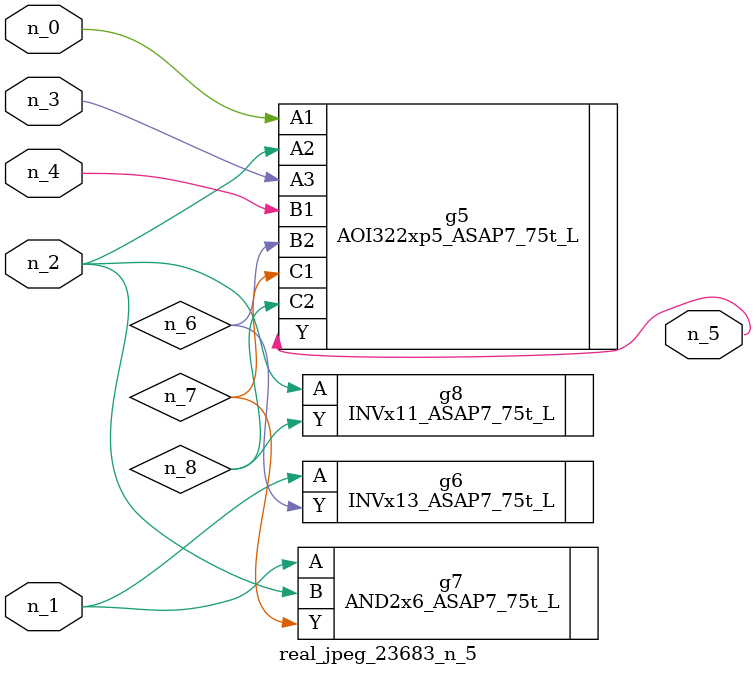
<source format=v>
module real_jpeg_23683_n_5 (n_4, n_0, n_1, n_2, n_3, n_5);

input n_4;
input n_0;
input n_1;
input n_2;
input n_3;

output n_5;

wire n_8;
wire n_6;
wire n_7;

AOI322xp5_ASAP7_75t_L g5 ( 
.A1(n_0),
.A2(n_2),
.A3(n_3),
.B1(n_4),
.B2(n_6),
.C1(n_7),
.C2(n_8),
.Y(n_5)
);

INVx13_ASAP7_75t_L g6 ( 
.A(n_1),
.Y(n_6)
);

AND2x6_ASAP7_75t_L g7 ( 
.A(n_1),
.B(n_2),
.Y(n_7)
);

INVx11_ASAP7_75t_L g8 ( 
.A(n_2),
.Y(n_8)
);


endmodule
</source>
